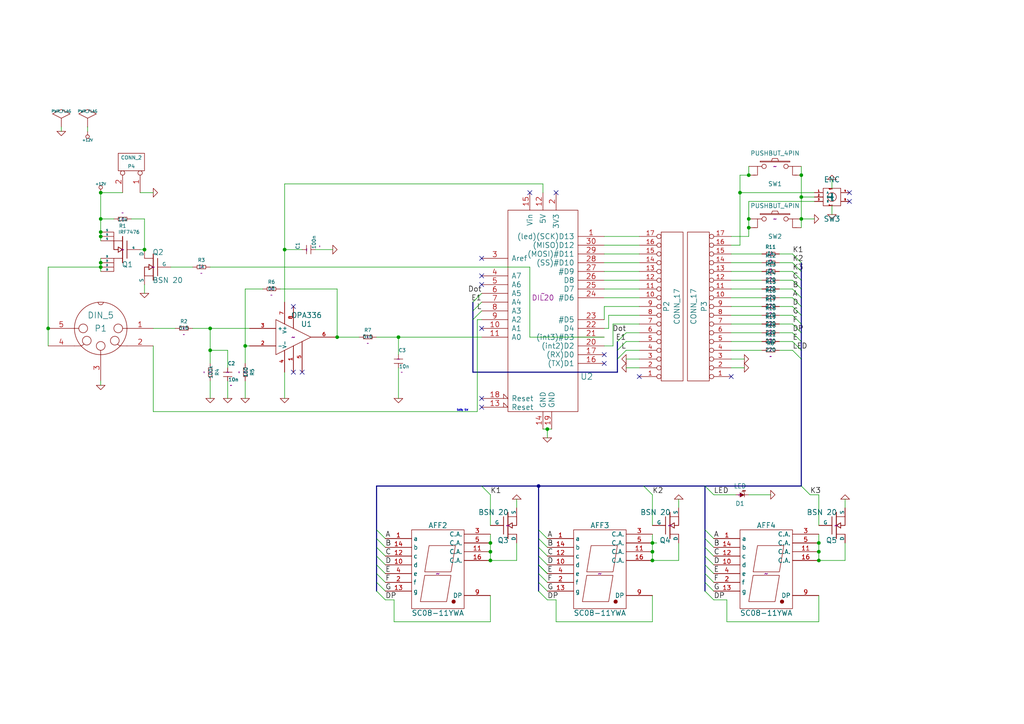
<source format=kicad_sch>
(kicad_sch (version 20230121) (generator eeschema)
  (paper "A4")
  (title_block (date "18 mar 2015"))
  (lib_symbols
    (symbol "irf7476:IRF7476" (pin_numbers hide) (pin_names (offset 0))
      (property "Reference" "Q" (at 0.254 4.318 0))
      (property "Value" "IRF7476" (at 1.27 -5.08 0))
      (symbol "IRF7476_0_0"
        (polyline (pts (xy 2.54 -2.54) (xy 2.54 -5.08)))
        (polyline (pts (xy 2.54 2.54) (xy 2.54 6.35)))
      )
      (symbol "IRF7476_0_1"
        (polyline (pts (xy -1.27 -2.54) (xy -1.27 2.54)) (stroke (width 0.2032)))
        (polyline (pts (xy 0 -3.81) (xy 0 3.81)) (stroke (width 0.254)))
        (polyline (pts (xy 2.54 -2.54) (xy 0 -2.54)))
        (polyline (pts (xy 2.54 2.54) (xy 0 2.54)))
        (polyline (pts (xy 2.54 -2.54) (xy 2.54 0) (xy 1.27 0)) (stroke (width 0.2032)))
        (polyline (pts (xy 1.27 0.762) (xy 1.27 -0.762) (xy 0 0) (xy 1.27 0.762) (xy 1.27 0.762)) (stroke (width 0.2032)))
      )
      (symbol "IRF7476_1_1"
        (pin input line (at 6.35 -2.54 180) (length 3.7084) (name "S") (number "1"))
        (pin input line (at 6.35 -3.81 180) (length 3.7084) (name "S") (number "2"))
        (pin input line (at 6.35 -5.08 180) (length 3.7084) (name "S") (number "3"))
        (pin input line (at -5.08 0 0) (length 3.81) (name "G") (number "4"))
        (pin input line (at 6.35 6.35 180) (length 3.7084) (name "D") (number "5"))
        (pin input line (at 6.35 5.08 180) (length 3.7084) (name "D") (number "6"))
        (pin input line (at 6.35 3.81 180) (length 3.7084) (name "D") (number "7"))
        (pin input line (at 6.35 2.54 180) (length 3.7084) (name "D") (number "8"))
      )
    )
    (symbol "sc08-11ywa:SC08-11YWA"
      (property "Reference" "AFF" (at 0 13.97 0))
      (property "Value" "SC08-11YWA" (at 0 -11.43 0))
      (symbol "SC08-11YWA_0_1"
        (rectangle (start -7.62 12.7) (end 7.62 -10.16))
        (polyline (pts (xy -3.81 -0.508) (xy 3.81 -0.508) (xy 2.54 -8.128) (xy -5.08 -8.128) (xy -3.81 -0.508) (xy -3.81 -0.508)))
        (polyline (pts (xy -2.54 8.128) (xy 5.08 8.128) (xy 3.81 0.508) (xy -3.81 0.508) (xy -2.54 8.128) (xy -2.54 8.128)))
        (circle (center 4.572 -8.128) (radius 0.508) (fill (type outline)))
      )
      (symbol "SC08-11YWA_1_1"
        (pin input line (at -15.24 10.16 0) (length 7.62) (name "a") (number "1"))
        (pin input line (at -15.24 2.54 0) (length 7.62) (name "d") (number "10"))
        (pin input line (at 15.24 6.35 180) (length 7.62) (name "C.A.") (number "11"))
        (pin input line (at -15.24 5.08 0) (length 7.62) (name "c") (number "12"))
        (pin input line (at -15.24 -5.08 0) (length 7.62) (name "g") (number "13"))
        (pin input line (at -15.24 7.62 0) (length 7.62) (name "b") (number "14"))
        (pin input line (at 15.24 3.81 180) (length 7.62) (name "C.A.") (number "16"))
        (pin input line (at -15.24 -2.54 0) (length 7.62) (name "f") (number "2"))
        (pin input line (at 15.24 11.43 180) (length 7.62) (name "C.A.") (number "3"))
        (pin input line (at -15.24 0 0) (length 7.62) (name "e") (number "4"))
        (pin input line (at 15.24 8.89 180) (length 7.62) (name "C.A.") (number "5"))
        (pin input line (at 15.24 -6.35 180) (length 7.62) (name "DP") (number "9"))
      )
    )
    (symbol "station-rescue:+12V" (power) (pin_numbers hide) (pin_names (offset 0))
      (property "Value" "+12V" (at 0 2.54 0))
      (symbol "+12V_0_0"
        (pin power_in line (at 0 0 90) (length 0) hide (name "+12V") (number "1"))
      )
      (symbol "+12V_0_1"
        (polyline (pts (xy 0 0) (xy 0 1.016) (xy 0 1.016)))
        (circle (center 0 1.524) (radius 0.508))
      )
    )
    (symbol "station-rescue:Arduino_Nano" (pin_names (offset 1.016))
      (property "Reference" "U" (at 12.7 -24.13 0))
      (property "Value" "Arduino_Nano" (at 19.05 -26.67 0))
      (property "Footprint" "DIL20" (at 0 -1.27 0))
      (symbol "Arduino_Nano_0_0"
        (pin power_in line (at 0 -39.37 90) (length 5.08) (name "GND") (number "14"))
        (pin power_in line (at -3.81 29.21 270) (length 5.08) (name "Vin") (number "15"))
      )
      (symbol "Arduino_Nano_0_1"
        (rectangle (start -10.16 24.13) (end 10.16 -34.29))
      )
      (symbol "Arduino_Nano_1_1"
        (pin input line (at 17.78 16.51 180) (length 7.62) (name "(led)(SCK)D13") (number "1"))
        (pin bidirectional line (at -17.78 -10.16 0) (length 7.62) (name "A1") (number "10"))
        (pin bidirectional line (at -17.78 -12.7 0) (length 7.62) (name "A0") (number "11"))
        (pin power_out line (at 0 29.21 270) (length 5.08) (name "5V") (number "12"))
        (pin input input_low (at -17.78 -33.02 0) (length 7.62) (name "Reset") (number "13"))
        (pin bidirectional line (at 17.78 -20.32 180) (length 7.62) (name "(TX)D1") (number "16"))
        (pin bidirectional line (at 17.78 -17.78 180) (length 7.62) (name "(RX)D0") (number "17"))
        (pin input input_low (at -17.78 -30.48 0) (length 7.62) (name "Reset") (number "18"))
        (pin power_in line (at 2.54 -39.37 90) (length 5.08) (name "GND") (number "19"))
        (pin power_out line (at 3.81 29.21 270) (length 5.08) (name "3V3") (number "2"))
        (pin bidirectional line (at 17.78 -15.24 180) (length 7.62) (name "(int2)D2") (number "20"))
        (pin bidirectional line (at 17.78 -12.7 180) (length 7.62) (name "(int3)#D3") (number "21"))
        (pin bidirectional line (at 17.78 -10.16 180) (length 7.62) (name "D4") (number "22"))
        (pin bidirectional line (at 17.78 -7.62 180) (length 7.62) (name "#D5") (number "23"))
        (pin bidirectional line (at 17.78 -1.27 180) (length 7.62) (name "#D6") (number "24"))
        (pin bidirectional line (at 17.78 1.27 180) (length 7.62) (name "D7") (number "25"))
        (pin bidirectional line (at 17.78 3.81 180) (length 7.62) (name "D8") (number "26"))
        (pin bidirectional line (at 17.78 6.35 180) (length 7.62) (name "#D9") (number "27"))
        (pin bidirectional line (at 17.78 8.89 180) (length 7.62) (name "(SS)#D10") (number "28"))
        (pin bidirectional line (at 17.78 11.43 180) (length 7.62) (name "(MOSI)#D11") (number "29"))
        (pin input line (at -17.78 10.16 0) (length 7.62) (name "Aref") (number "3"))
        (pin bidirectional line (at 17.78 13.97 180) (length 7.62) (name "(MISO)D12") (number "30"))
        (pin bidirectional line (at -17.78 5.08 0) (length 7.62) (name "A7") (number "4"))
        (pin bidirectional line (at -17.78 2.54 0) (length 7.62) (name "A6") (number "5"))
        (pin bidirectional line (at -17.78 0 0) (length 7.62) (name "A5") (number "6"))
        (pin bidirectional line (at -17.78 -2.54 0) (length 7.62) (name "A4") (number "7"))
        (pin bidirectional line (at -17.78 -5.08 0) (length 7.62) (name "A3") (number "8"))
        (pin bidirectional line (at -17.78 -7.62 0) (length 7.62) (name "A2") (number "9"))
      )
    )
    (symbol "station-rescue:C" (pin_numbers hide) (pin_names (offset 0.254))
      (property "Reference" "C" (at 1.27 0.254 0))
      (property "Value" "C" (at 1.27 -1.524 0))
      (symbol "C_0_1"
        (polyline (pts (xy -1.27 0) (xy 1.27 0) (xy 1.27 0)))
        (polyline (pts (xy 1.27 -1.27) (xy -1.27 -1.27) (xy -1.27 -1.27)))
      )
      (symbol "C_1_1"
        (pin passive line (at 0 1.27 270) (length 1.27) (name "~") (number "1"))
        (pin passive line (at 0 -2.54 90) (length 1.27) (name "~") (number "2"))
      )
    )
    (symbol "station-rescue:CONN_17" (pin_names (offset 1.016) hide)
      (property "Reference" "P" (at -1.016 0 90))
      (property "Value" "CONN_17" (at 2.032 0 90))
      (symbol "CONN_17_0_1"
        (rectangle (start -2.54 21.59) (end 3.81 -21.59))
      )
      (symbol "CONN_17_1_1"
        (pin passive inverted (at -8.89 20.32 0) (length 6.35) (name "P1") (number "1"))
        (pin passive inverted (at -8.89 -2.54 0) (length 6.35) (name "P10") (number "10"))
        (pin passive inverted (at -8.89 -5.08 0) (length 6.35) (name "P11") (number "11"))
        (pin passive inverted (at -8.89 -7.62 0) (length 6.35) (name "P12") (number "12"))
        (pin passive inverted (at -8.89 -10.16 0) (length 6.35) (name "P13") (number "13"))
        (pin passive inverted (at -8.89 -12.7 0) (length 6.35) (name "P14") (number "14"))
        (pin passive inverted (at -8.89 -15.24 0) (length 6.35) (name "P15") (number "15"))
        (pin passive inverted (at -8.89 -17.78 0) (length 6.35) (name "P16") (number "16"))
        (pin passive inverted (at -8.89 -20.32 0) (length 6.35) (name "P17") (number "17"))
        (pin passive inverted (at -8.89 17.78 0) (length 6.35) (name "P2") (number "2"))
        (pin passive inverted (at -8.89 15.24 0) (length 6.35) (name "P3") (number "3"))
        (pin passive inverted (at -8.89 12.7 0) (length 6.35) (name "P4") (number "4"))
        (pin passive inverted (at -8.89 10.16 0) (length 6.35) (name "P5") (number "5"))
        (pin passive inverted (at -8.89 7.62 0) (length 6.35) (name "P6") (number "6"))
        (pin passive inverted (at -8.89 5.08 0) (length 6.35) (name "P7") (number "7"))
        (pin passive inverted (at -8.89 2.54 0) (length 6.35) (name "P8") (number "8"))
        (pin passive inverted (at -8.89 0 0) (length 6.35) (name "P9") (number "9"))
      )
    )
    (symbol "station-rescue:CONN_2" (pin_names (offset 1.016) hide)
      (property "Reference" "P" (at -1.27 0 90))
      (property "Value" "CONN_2" (at 1.27 0 90))
      (symbol "CONN_2_0_1"
        (rectangle (start -2.54 3.81) (end 2.54 -3.81))
      )
      (symbol "CONN_2_1_1"
        (pin passive inverted (at -8.89 2.54 0) (length 6.35) (name "P1") (number "1"))
        (pin passive inverted (at -8.89 -2.54 0) (length 6.35) (name "PM") (number "2"))
      )
    )
    (symbol "station-rescue:DIN_5" (pin_names (offset 1.016) hide)
      (property "Reference" "P" (at 0 0 0))
      (property "Value" "DIN_5" (at 0 -3.81 0))
      (symbol "DIN_5_0_1"
        (circle (center -5.08 0) (radius 1.27))
        (circle (center -4.0894 3.556) (radius 1.27))
        (arc (start 0 -6.858) (mid -0.5388 -7.0812) (end -0.762 -7.62))
        (polyline (pts (xy -7.62 5.08) (xy -5.588 5.08)))
        (polyline (pts (xy -6.35 0) (xy -7.62 0)))
        (polyline (pts (xy -5.588 5.08) (xy -4.826 4.572)))
        (polyline (pts (xy 0 6.35) (xy 0 7.62)))
        (polyline (pts (xy 5.5626 5.08) (xy 4.826 4.572)))
        (polyline (pts (xy 6.35 0) (xy 7.62 0)))
        (polyline (pts (xy 7.62 5.08) (xy 5.5626 5.08)))
        (circle (center 0 0) (radius 7.62))
        (circle (center 0 5.08) (radius 1.27))
        (arc (start 0.762 -7.62) (mid 0.5388 -7.0812) (end 0 -6.858))
        (circle (center 4.0386 3.556) (radius 1.27))
        (circle (center 5.08 0) (radius 1.27))
      )
      (symbol "DIN_5_1_1"
        (pin passive line (at -15.24 0 0) (length 7.62) (name "1") (number "1"))
        (pin passive line (at -15.24 5.08 0) (length 7.62) (name "2") (number "2"))
        (pin passive line (at 0 15.24 270) (length 7.62) (name "3") (number "3"))
        (pin passive line (at 15.24 5.08 180) (length 7.62) (name "4") (number "4"))
        (pin passive line (at 15.24 0 180) (length 7.62) (name "5") (number "5"))
      )
    )
    (symbol "station-rescue:ENC" (pin_names (offset 1.016))
      (property "Reference" "SW" (at 0 -6.35 0))
      (property "Value" "ENC" (at 0 5.08 0))
      (symbol "ENC_0_1"
        (rectangle (start -2.54 -2.54) (end 2.54 -2.54))
        (rectangle (start -2.54 2.54) (end -2.54 -2.54))
        (circle (center 0 0) (radius 1.27))
        (rectangle (start 2.54 -2.54) (end 2.54 2.54))
        (rectangle (start 2.54 2.54) (end -2.54 2.54))
      )
      (symbol "ENC_1_1"
        (pin passive line (at -5.08 1.27 0) (length 2.4892) (name "A") (number "1"))
        (pin passive line (at -5.08 0 0) (length 2.4892) (name "Gnd") (number "2"))
        (pin passive line (at -5.08 -1.27 0) (length 2.4892) (name "B") (number "3"))
        (pin passive line (at 5.08 1.27 180) (length 2.4892) (name "~") (number "4"))
        (pin passive line (at 5.08 -1.27 180) (length 2.4892) (name "~") (number "5"))
        (pin passive line (at 0 2.54 270) (length 0.3048) (name "gnd") (number "6"))
        (pin passive line (at 0 -2.54 90) (length 0.3048) (name "gnd") (number "7"))
      )
    )
    (symbol "station-rescue:GND" (power) (pin_names (offset 0))
      (symbol "GND_0_1"
        (polyline (pts (xy -1.27 0) (xy 0 -1.27) (xy 1.27 0) (xy -1.27 0)))
      )
      (symbol "GND_1_1"
        (pin power_in line (at 0 0 90) (length 0) hide (name "GND") (number "1"))
      )
    )
    (symbol "station-rescue:LED" (pin_numbers hide) (pin_names (offset 1.016) hide)
      (property "Reference" "LD" (at 0 2.54 0))
      (property "Value" "LED" (at 0 -2.54 0))
      (symbol "LED_0_1"
        (polyline (pts (xy 0.508 -0.762) (xy 1.016 -1.27) (xy 1.016 -1.27)))
        (polyline (pts (xy 1.016 -0.762) (xy 1.524 -1.27) (xy 1.524 -1.27)))
        (polyline (pts (xy 1.27 -0.635) (xy 1.27 0.635) (xy 1.27 0.635)))
        (polyline (pts (xy 1.27 0) (xy 0 0.635) (xy 0 -0.635) (xy 0 -0.635)) (fill (type outline)))
        (polyline (pts (xy 1.524 -1.27) (xy 1.27 -1.27) (xy 1.524 -1.016) (xy 1.524 -1.27) (xy 1.524 -1.27)) (fill (type outline)))
        (polyline (pts (xy 1.016 -1.27) (xy 0.762 -1.27) (xy 1.016 -1.016) (xy 1.016 -1.27) (xy 1.016 -1.27) (xy 1.016 -1.27)) (fill (type outline)))
      )
      (symbol "LED_1_1"
        (pin passive line (at -1.27 0 0) (length 1.27) (name "A") (number "1"))
        (pin passive line (at 2.54 0 180) (length 1.27) (name "K") (number "2"))
      )
    )
    (symbol "station-rescue:MOS_N" (pin_numbers hide) (pin_names (offset 0))
      (property "Reference" "Q" (at 0.254 4.318 0))
      (property "Value" "MOS_N" (at 0.254 -3.81 0))
      (symbol "MOS_N_0_1"
        (polyline (pts (xy -1.27 -2.54) (xy -1.27 2.54)) (stroke (width 0.2032)))
        (polyline (pts (xy 0 -3.81) (xy 0 3.81)) (stroke (width 0.254)))
        (polyline (pts (xy 2.54 -2.54) (xy 0 -2.54)))
        (polyline (pts (xy 2.54 2.54) (xy 0 2.54)))
        (polyline (pts (xy 2.54 -2.54) (xy 2.54 0) (xy 1.27 0)) (stroke (width 0.2032)))
        (polyline (pts (xy 1.27 0.762) (xy 1.27 -0.762) (xy 0 0) (xy 1.27 0.762) (xy 1.27 0.762)) (stroke (width 0.2032)))
      )
      (symbol "MOS_N_1_1"
        (pin passive line (at 2.54 5.08 270) (length 2.54) (name "D") (number "D"))
        (pin input line (at -5.08 0 0) (length 3.81) (name "G") (number "G"))
        (pin passive line (at 2.54 -5.08 90) (length 2.54) (name "S") (number "S"))
      )
    )
    (symbol "station-rescue:OPA336"
      (property "Reference" "U" (at 3.81 3.81 0))
      (property "Value" "OPA336" (at 3.81 6.35 0))
      (symbol "OPA336_0_1"
        (polyline (pts (xy -5.08 5.08) (xy 5.08 0) (xy -5.08 -5.08) (xy -5.08 5.08)))
      )
      (symbol "OPA336_1_1"
        (pin input line (at 0 -10.16 90) (length 7.62) (name "~") (number "1"))
        (pin input line (at -12.7 -2.54 0) (length 7.62) (name "-") (number "2"))
        (pin input line (at -12.7 2.54 0) (length 7.62) (name "+") (number "3"))
        (pin input line (at -2.54 -10.16 90) (length 6.35) (name "V-") (number "4"))
        (pin input line (at 2.54 -10.16 90) (length 8.89) (name "~") (number "5"))
        (pin output line (at 12.7 0 180) (length 7.62) (name "~") (number "6"))
        (pin input line (at -2.54 10.16 270) (length 6.35) (name "V+") (number "7"))
        (pin input line (at 0 8.89 270) (length 6.35) (name "~") (number "8"))
      )
    )
    (symbol "station-rescue:PWR_FLAG" (power) (pin_numbers hide) (pin_names (offset 0) hide)
      (property "Value" "PWR_FLAG" (at 0 5.842 0))
      (symbol "PWR_FLAG_0_0"
        (pin power_out line (at 0 0 90) (length 0) (name "pwr") (number "1"))
      )
      (symbol "PWR_FLAG_0_1"
        (polyline (pts (xy 0 0) (xy 0 2.54) (xy 0 2.54)))
        (polyline (pts (xy 0 2.54) (xy -2.54 3.81) (xy 0 5.08) (xy 2.54 3.81) (xy 0 2.54)))
      )
    )
    (symbol "station-rescue:Pushbut_4Pin" (pin_numbers hide) (pin_names (offset 1.016) hide)
      (property "Reference" "SW" (at 0 -5.08 0))
      (property "Value" "Pushbut_4Pin" (at 0 3.81 0))
      (symbol "Pushbut_4Pin_0_1"
        (rectangle (start -4.318 1.27) (end 4.318 1.524))
        (polyline (pts (xy -6.35 -2.54) (xy -5.08 -2.54) (xy -5.08 0)))
        (polyline (pts (xy 6.35 -2.54) (xy 5.08 -2.54) (xy 5.08 0)))
        (polyline (pts (xy -1.016 1.524) (xy -0.762 2.286) (xy 0.762 2.286) (xy 1.016 1.524)))
        (pin passive inverted (at -7.62 0 0) (length 5.08) (name "1") (number "1"))
        (pin passive inverted (at 7.62 0 180) (length 5.08) (name "2") (number "2"))
      )
      (symbol "Pushbut_4Pin_1_1"
        (pin passive line (at -7.62 -2.54 0) (length 2.0066) (name "1") (number "1"))
        (pin passive line (at 7.62 -2.54 180) (length 2.0066) (name "2") (number "2"))
      )
    )
    (symbol "station-rescue:R" (pin_numbers hide) (pin_names (offset 0))
      (property "Reference" "R" (at -1.27 1.27 90))
      (property "Value" "R" (at 1.27 1.27 90))
      (symbol "R_0_1"
        (rectangle (start 0.508 1.27) (end -0.508 -1.27))
      )
      (symbol "R_1_1"
        (pin passive line (at 0 2.54 270) (length 1.27) (name "~") (number "1"))
        (pin passive line (at 0 -2.54 90) (length 1.27) (name "~") (number "2"))
      )
    )
  )
  (junction (at 237.49 162.56))
  (junction (at 189.23 162.56))
  (junction (at 29.21 63.5))
  (junction (at 217.17 50.8))
  (junction (at 156.21 140.97))
  (junction (at 189.23 157.48))
  (junction (at 237.49 157.48))
  (junction (at 82.55 72.39))
  (junction (at 142.24 160.02))
  (junction (at 60.96 101.6))
  (junction (at 41.91 72.39))
  (junction (at 232.41 50.8))
  (junction (at 214.63 55.88))
  (junction (at 189.23 160.02))
  (junction (at 232.41 57.15))
  (junction (at 237.49 160.02))
  (junction (at 13.97 95.25))
  (junction (at 142.24 157.48))
  (junction (at 217.17 66.04))
  (junction (at 142.24 162.56))
  (junction (at 71.12 100.33))
  (junction (at 97.79 97.79))
  (junction (at 29.21 55.88))
  (junction (at 115.57 97.79))
  (junction (at 232.41 63.5))
  (junction (at 60.96 95.25))
  (junction (at 29.21 68.58))
  (junction (at 29.21 76.2))
  (junction (at 158.75 124.46))
  (junction (at 29.21 77.47))
  (junction (at 217.17 63.5))
  (junction (at 29.21 67.31))
  (no_connect (at 246.38 55.88))
  (no_connect (at 87.63 107.95))
  (no_connect (at 175.26 102.87))
  (no_connect (at 175.26 105.41))
  (no_connect (at 139.7 82.55))
  (no_connect (at 139.7 118.11))
  (no_connect (at 139.7 115.57))
  (no_connect (at 139.7 74.93))
  (no_connect (at 212.09 109.22))
  (no_connect (at 139.7 80.01))
  (no_connect (at 185.42 109.22))
  (no_connect (at 161.29 55.88))
  (no_connect (at 85.09 107.95))
  (no_connect (at 139.7 95.25))
  (no_connect (at 246.38 58.42))
  (no_connect (at 85.09 88.9))
  (no_connect (at 153.67 55.88))
  (bus_entry (at 109.22 166.37) (size 2.54 2.54))
  (bus_entry (at 156.21 163.83) (size 2.54 2.54))
  (bus_entry (at 204.47 161.29) (size 2.54 2.54))
  (bus_entry (at 109.22 158.75) (size 2.54 2.54))
  (bus_entry (at 229.87 93.98) (size 2.54 2.54))
  (bus_entry (at 229.87 99.06) (size 2.54 2.54))
  (bus_entry (at 186.69 140.97) (size 2.54 2.54))
  (bus_entry (at 139.7 140.97) (size 2.54 2.54))
  (bus_entry (at 229.87 73.66) (size 2.54 2.54))
  (bus_entry (at 204.47 140.97) (size 2.54 2.54))
  (bus_entry (at 156.21 168.91) (size 2.54 2.54))
  (bus_entry (at 204.47 158.75) (size 2.54 2.54))
  (bus_entry (at 204.47 156.21) (size 2.54 2.54))
  (bus_entry (at 156.21 166.37) (size 2.54 2.54))
  (bus_entry (at 109.22 161.29) (size 2.54 2.54))
  (bus_entry (at 204.47 153.67) (size 2.54 2.54))
  (bus_entry (at 229.87 81.28) (size 2.54 2.54))
  (bus_entry (at 109.22 171.45) (size 2.54 2.54))
  (bus_entry (at 109.22 153.67) (size 2.54 2.54))
  (bus_entry (at 204.47 168.91) (size 2.54 2.54))
  (bus_entry (at 232.41 140.97) (size 2.54 2.54))
  (bus_entry (at 204.47 163.83) (size 2.54 2.54))
  (bus_entry (at 179.07 101.6) (size 2.54 -2.54))
  (bus_entry (at 156.21 161.29) (size 2.54 2.54))
  (bus_entry (at 156.21 156.21) (size 2.54 2.54))
  (bus_entry (at 179.07 104.14) (size 2.54 -2.54))
  (bus_entry (at 229.87 76.2) (size 2.54 2.54))
  (bus_entry (at 229.87 88.9) (size 2.54 2.54))
  (bus_entry (at 156.21 163.83) (size 2.54 2.54))
  (bus_entry (at 229.87 96.52) (size 2.54 2.54))
  (bus_entry (at 229.87 86.36) (size 2.54 2.54))
  (bus_entry (at 109.22 163.83) (size 2.54 2.54))
  (bus_entry (at 204.47 166.37) (size 2.54 2.54))
  (bus_entry (at 229.87 91.44) (size 2.54 2.54))
  (bus_entry (at 156.21 153.67) (size 2.54 2.54))
  (bus_entry (at 204.47 171.45) (size 2.54 2.54))
  (bus_entry (at 156.21 171.45) (size 2.54 2.54))
  (bus_entry (at 137.16 92.71) (size 2.54 -2.54))
  (bus_entry (at 109.22 168.91) (size 2.54 2.54))
  (bus_entry (at 179.07 99.06) (size 2.54 -2.54))
  (bus_entry (at 229.87 78.74) (size 2.54 2.54))
  (bus_entry (at 229.87 101.6) (size 2.54 2.54))
  (bus_entry (at 156.21 158.75) (size 2.54 2.54))
  (bus_entry (at 109.22 156.21) (size 2.54 2.54))
  (bus_entry (at 137.16 87.63) (size 2.54 -2.54))
  (bus_entry (at 137.16 90.17) (size 2.54 -2.54))
  (bus_entry (at 229.87 83.82) (size 2.54 2.54))
  (wire (pts (xy 236.22 57.15) (xy 232.41 57.15)))
  (wire (pts (xy 66.04 101.6) (xy 66.04 106.68)))
  (wire (pts (xy 214.63 55.88) (xy 214.63 71.12)))
  (wire (pts (xy 185.42 71.12) (xy 175.26 71.12)))
  (wire (pts (xy 212.09 104.14) (xy 215.9 104.14)))
  (wire (pts (xy 185.42 96.52) (xy 181.61 96.52)))
  (wire (pts (xy 212.09 88.9) (xy 220.98 88.9)))
  (wire (pts (xy 226.06 78.74) (xy 229.87 78.74)))
  (wire (pts (xy 60.96 95.25) (xy 72.39 95.25)))
  (wire (pts (xy 97.79 97.79) (xy 104.14 97.79)))
  (wire (pts (xy 91.44 72.39) (xy 96.52 72.39)))
  (wire (pts (xy 237.49 143.51) (xy 237.49 152.4)))
  (wire (pts (xy 212.09 86.36) (xy 220.98 86.36)))
  (wire (pts (xy 226.06 93.98) (xy 229.87 93.98)))
  (wire (pts (xy 212.09 81.28) (xy 220.98 81.28)))
  (bus (pts (xy 232.41 81.28) (xy 232.41 78.74)))
  (wire (pts (xy 29.21 63.5) (xy 29.21 67.31)))
  (wire (pts (xy 212.09 73.66) (xy 220.98 73.66)))
  (wire (pts (xy 185.42 76.2) (xy 175.26 76.2)))
  (wire (pts (xy 245.11 157.48) (xy 245.11 162.56)))
  (wire (pts (xy 226.06 86.36) (xy 229.87 86.36)))
  (wire (pts (xy 149.86 144.78) (xy 149.86 147.32)))
  (wire (pts (xy 217.17 58.42) (xy 236.22 58.42)))
  (wire (pts (xy 212.09 106.68) (xy 215.9 106.68)))
  (bus (pts (xy 179.07 107.95) (xy 137.16 107.95)))
  (wire (pts (xy 158.75 124.46) (xy 160.02 124.46)))
  (bus (pts (xy 109.22 166.37) (xy 109.22 168.91)))
  (bus (pts (xy 204.47 161.29) (xy 204.47 163.83)))
  (wire (pts (xy 212.09 93.98) (xy 220.98 93.98)))
  (wire (pts (xy 55.88 95.25) (xy 60.96 95.25)))
  (bus (pts (xy 156.21 166.37) (xy 156.21 168.91)))
  (wire (pts (xy 185.42 101.6) (xy 181.61 101.6)))
  (wire (pts (xy 161.29 180.34) (xy 161.29 173.99)))
  (bus (pts (xy 232.41 93.98) (xy 232.41 91.44)))
  (wire (pts (xy 185.42 81.28) (xy 175.26 81.28)))
  (wire (pts (xy 82.55 72.39) (xy 87.63 72.39)))
  (bus (pts (xy 109.22 153.67) (xy 109.22 156.21)))
  (wire (pts (xy 13.97 77.47) (xy 13.97 95.25)))
  (wire (pts (xy 226.06 76.2) (xy 229.87 76.2)))
  (wire (pts (xy 40.64 72.39) (xy 41.91 72.39)))
  (wire (pts (xy 72.39 100.33) (xy 71.12 100.33)))
  (wire (pts (xy 185.42 86.36) (xy 175.26 86.36)))
  (wire (pts (xy 82.55 87.63) (xy 82.55 72.39)))
  (wire (pts (xy 237.49 154.94) (xy 237.49 157.48)))
  (wire (pts (xy 207.01 143.51) (xy 213.36 143.51)))
  (wire (pts (xy 29.21 77.47) (xy 29.21 78.74)))
  (wire (pts (xy 109.22 97.79) (xy 115.57 97.79)))
  (bus (pts (xy 232.41 86.36) (xy 232.41 83.82)))
  (wire (pts (xy 29.21 68.58) (xy 29.21 69.85)))
  (wire (pts (xy 175.26 68.58) (xy 185.42 68.58)))
  (wire (pts (xy 149.86 162.56) (xy 142.24 162.56)))
  (bus (pts (xy 156.21 140.97) (xy 186.69 140.97)))
  (wire (pts (xy 232.41 48.26) (xy 232.41 50.8)))
  (bus (pts (xy 179.07 101.6) (xy 179.07 104.14)))
  (wire (pts (xy 214.63 50.8) (xy 217.17 50.8)))
  (wire (pts (xy 185.42 104.14) (xy 181.61 104.14)))
  (bus (pts (xy 232.41 91.44) (xy 232.41 88.9)))
  (wire (pts (xy 217.17 63.5) (xy 217.17 66.04)))
  (wire (pts (xy 60.96 101.6) (xy 60.96 105.41)))
  (bus (pts (xy 179.07 99.06) (xy 179.07 101.6)))
  (wire (pts (xy 226.06 88.9) (xy 229.87 88.9)))
  (wire (pts (xy 139.7 92.71) (xy 138.43 92.71)))
  (wire (pts (xy 177.8 100.33) (xy 175.26 100.33)))
  (wire (pts (xy 114.3 173.99) (xy 111.76 173.99)))
  (wire (pts (xy 29.21 74.93) (xy 29.21 76.2)))
  (bus (pts (xy 137.16 107.95) (xy 137.16 92.71)))
  (wire (pts (xy 232.41 63.5) (xy 232.41 66.04)))
  (wire (pts (xy 71.12 110.49) (xy 71.12 115.57)))
  (wire (pts (xy 217.17 68.58) (xy 212.09 68.58)))
  (wire (pts (xy 161.29 173.99) (xy 158.75 173.99)))
  (bus (pts (xy 109.22 140.97) (xy 109.22 153.67)))
  (wire (pts (xy 226.06 83.82) (xy 229.87 83.82)))
  (wire (pts (xy 44.45 95.25) (xy 50.8 95.25)))
  (wire (pts (xy 185.42 99.06) (xy 181.61 99.06)))
  (wire (pts (xy 142.24 172.72) (xy 142.24 180.34)))
  (bus (pts (xy 109.22 156.21) (xy 109.22 158.75)))
  (wire (pts (xy 236.22 55.88) (xy 214.63 55.88)))
  (wire (pts (xy 153.67 77.47) (xy 153.67 97.79)))
  (wire (pts (xy 232.41 63.5) (xy 236.22 63.5)))
  (wire (pts (xy 226.06 81.28) (xy 229.87 81.28)))
  (wire (pts (xy 189.23 172.72) (xy 189.23 180.34)))
  (bus (pts (xy 137.16 90.17) (xy 137.16 87.63)))
  (bus (pts (xy 179.07 104.14) (xy 179.07 107.95)))
  (wire (pts (xy 234.95 143.51) (xy 237.49 143.51)))
  (wire (pts (xy 210.82 180.34) (xy 237.49 180.34)))
  (wire (pts (xy 29.21 77.47) (xy 13.97 77.47)))
  (wire (pts (xy 217.17 143.51) (xy 223.52 143.51)))
  (wire (pts (xy 217.17 58.42) (xy 217.17 63.5)))
  (wire (pts (xy 44.45 119.38) (xy 138.43 119.38)))
  (wire (pts (xy 158.75 127) (xy 158.75 124.46)))
  (bus (pts (xy 204.47 140.97) (xy 232.41 140.97)))
  (wire (pts (xy 176.53 91.44) (xy 176.53 95.25)))
  (bus (pts (xy 156.21 153.67) (xy 156.21 156.21)))
  (wire (pts (xy 82.55 72.39) (xy 82.55 53.34)))
  (bus (pts (xy 156.21 140.97) (xy 156.21 153.67)))
  (bus (pts (xy 232.41 99.06) (xy 232.41 96.52)))
  (bus (pts (xy 232.41 78.74) (xy 232.41 76.2)))
  (bus (pts (xy 186.69 140.97) (xy 204.47 140.97)))
  (bus (pts (xy 204.47 156.21) (xy 204.47 158.75)))
  (wire (pts (xy 232.41 57.15) (xy 232.41 63.5)))
  (wire (pts (xy 212.09 99.06) (xy 220.98 99.06)))
  (wire (pts (xy 60.96 77.47) (xy 153.67 77.47)))
  (bus (pts (xy 232.41 83.82) (xy 232.41 81.28)))
  (wire (pts (xy 189.23 160.02) (xy 189.23 162.56)))
  (wire (pts (xy 29.21 67.31) (xy 29.21 68.58)))
  (wire (pts (xy 212.09 91.44) (xy 220.98 91.44)))
  (wire (pts (xy 29.21 55.88) (xy 35.56 55.88)))
  (wire (pts (xy 33.02 63.5) (xy 29.21 63.5)))
  (bus (pts (xy 109.22 161.29) (xy 109.22 163.83)))
  (wire (pts (xy 185.42 93.98) (xy 177.8 93.98)))
  (wire (pts (xy 71.12 100.33) (xy 71.12 105.41)))
  (bus (pts (xy 156.21 168.91) (xy 156.21 171.45)))
  (wire (pts (xy 71.12 83.82) (xy 71.12 100.33)))
  (wire (pts (xy 115.57 97.79) (xy 139.7 97.79)))
  (bus (pts (xy 204.47 168.91) (xy 204.47 171.45)))
  (wire (pts (xy 185.42 106.68) (xy 181.61 106.68)))
  (wire (pts (xy 189.23 143.51) (xy 189.23 152.4)))
  (wire (pts (xy 245.11 162.56) (xy 237.49 162.56)))
  (bus (pts (xy 232.41 96.52) (xy 232.41 93.98)))
  (wire (pts (xy 25.4 36.83) (xy 25.4 38.1)))
  (wire (pts (xy 185.42 78.74) (xy 175.26 78.74)))
  (wire (pts (xy 149.86 157.48) (xy 149.86 162.56)))
  (wire (pts (xy 185.42 88.9) (xy 175.26 88.9)))
  (wire (pts (xy 245.11 144.78) (xy 245.11 147.32)))
  (wire (pts (xy 49.53 77.47) (xy 55.88 77.47)))
  (wire (pts (xy 66.04 110.49) (xy 66.04 115.57)))
  (bus (pts (xy 156.21 161.29) (xy 156.21 163.83)))
  (bus (pts (xy 137.16 92.71) (xy 137.16 90.17)))
  (wire (pts (xy 29.21 110.49) (xy 29.21 111.76)))
  (wire (pts (xy 212.09 76.2) (xy 220.98 76.2)))
  (wire (pts (xy 71.12 83.82) (xy 76.2 83.82)))
  (wire (pts (xy 212.09 78.74) (xy 220.98 78.74)))
  (bus (pts (xy 204.47 158.75) (xy 204.47 161.29)))
  (bus (pts (xy 204.47 163.83) (xy 204.47 166.37)))
  (bus (pts (xy 232.41 104.14) (xy 232.41 101.6)))
  (wire (pts (xy 226.06 96.52) (xy 229.87 96.52)))
  (wire (pts (xy 226.06 99.06) (xy 229.87 99.06)))
  (wire (pts (xy 232.41 50.8) (xy 232.41 57.15)))
  (wire (pts (xy 189.23 180.34) (xy 161.29 180.34)))
  (wire (pts (xy 214.63 50.8) (xy 214.63 55.88)))
  (wire (pts (xy 217.17 66.04) (xy 217.17 68.58)))
  (wire (pts (xy 241.3 62.23) (xy 241.3 59.69)))
  (wire (pts (xy 217.17 50.8) (xy 217.17 48.26)))
  (wire (pts (xy 241.3 52.07) (xy 241.3 54.61)))
  (wire (pts (xy 237.49 157.48) (xy 237.49 160.02)))
  (wire (pts (xy 142.24 157.48) (xy 142.24 160.02)))
  (wire (pts (xy 207.01 173.99) (xy 210.82 173.99)))
  (bus (pts (xy 109.22 163.83) (xy 109.22 166.37)))
  (wire (pts (xy 138.43 92.71) (xy 138.43 119.38)))
  (bus (pts (xy 204.47 140.97) (xy 204.47 153.67)))
  (wire (pts (xy 142.24 180.34) (xy 114.3 180.34)))
  (wire (pts (xy 17.78 36.83) (xy 17.78 38.1)))
  (wire (pts (xy 189.23 154.94) (xy 189.23 157.48)))
  (wire (pts (xy 142.24 154.94) (xy 142.24 157.48)))
  (wire (pts (xy 41.91 63.5) (xy 38.1 63.5)))
  (bus (pts (xy 232.41 88.9) (xy 232.41 86.36)))
  (wire (pts (xy 153.67 97.79) (xy 175.26 97.79)))
  (wire (pts (xy 29.21 76.2) (xy 29.21 77.47)))
  (wire (pts (xy 196.85 162.56) (xy 189.23 162.56)))
  (wire (pts (xy 142.24 160.02) (xy 142.24 162.56)))
  (wire (pts (xy 60.96 95.25) (xy 60.96 101.6)))
  (wire (pts (xy 214.63 71.12) (xy 212.09 71.12)))
  (wire (pts (xy 212.09 101.6) (xy 220.98 101.6)))
  (bus (pts (xy 156.21 158.75) (xy 156.21 161.29)))
  (wire (pts (xy 210.82 173.99) (xy 210.82 180.34)))
  (wire (pts (xy 175.26 88.9) (xy 175.26 92.71)))
  (wire (pts (xy 196.85 144.78) (xy 196.85 147.32)))
  (wire (pts (xy 226.06 73.66) (xy 229.87 73.66)))
  (wire (pts (xy 189.23 157.48) (xy 189.23 160.02)))
  (wire (pts (xy 66.04 101.6) (xy 60.96 101.6)))
  (bus (pts (xy 109.22 140.97) (xy 139.7 140.97)))
  (wire (pts (xy 190.5 157.48) (xy 189.23 157.48)))
  (wire (pts (xy 237.49 180.34) (xy 237.49 172.72)))
  (wire (pts (xy 82.55 107.95) (xy 82.55 115.57)))
  (bus (pts (xy 109.22 168.91) (xy 109.22 171.45)))
  (wire (pts (xy 212.09 96.52) (xy 220.98 96.52)))
  (wire (pts (xy 177.8 93.98) (xy 177.8 100.33)))
  (bus (pts (xy 232.41 140.97) (xy 232.41 104.14)))
  (wire (pts (xy 60.96 110.49) (xy 60.96 115.57)))
  (wire (pts (xy 142.24 143.51) (xy 142.24 152.4)))
  (bus (pts (xy 109.22 158.75) (xy 109.22 161.29)))
  (wire (pts (xy 176.53 95.25) (xy 175.26 95.25)))
  (wire (pts (xy 226.06 101.6) (xy 229.87 101.6)))
  (bus (pts (xy 139.7 140.97) (xy 156.21 140.97)))
  (wire (pts (xy 44.45 119.38) (xy 44.45 100.33)))
  (wire (pts (xy 212.09 83.82) (xy 220.98 83.82)))
  (wire (pts (xy 41.91 82.55) (xy 41.91 85.09)))
  (bus (pts (xy 204.47 153.67) (xy 204.47 156.21)))
  (wire (pts (xy 226.06 91.44) (xy 229.87 91.44)))
  (bus (pts (xy 204.47 166.37) (xy 204.47 168.91)))
  (wire (pts (xy 237.49 160.02) (xy 237.49 162.56)))
  (wire (pts (xy 157.48 124.46) (xy 158.75 124.46)))
  (wire (pts (xy 115.57 97.79) (xy 115.57 102.87)))
  (bus (pts (xy 156.21 163.83) (xy 156.21 166.37)))
  (wire (pts (xy 185.42 83.82) (xy 175.26 83.82)))
  (wire (pts (xy 157.48 53.34) (xy 157.48 55.88)))
  (wire (pts (xy 115.57 106.68) (xy 115.57 115.57)))
  (wire (pts (xy 41.91 72.39) (xy 41.91 63.5)))
  (wire (pts (xy 29.21 55.88) (xy 29.21 63.5)))
  (wire (pts (xy 13.97 95.25) (xy 13.97 100.33)))
  (wire (pts (xy 82.55 53.34) (xy 157.48 53.34)))
  (wire (pts (xy 40.64 55.88) (xy 44.45 55.88)))
  (wire (pts (xy 196.85 157.48) (xy 196.85 162.56)))
  (bus (pts (xy 156.21 156.21) (xy 156.21 158.75)))
  (wire (pts (xy 97.79 83.82) (xy 97.79 97.79)))
  (bus (pts (xy 232.41 101.6) (xy 232.41 99.06)))
  (wire (pts (xy 185.42 73.66) (xy 175.26 73.66)))
  (wire (pts (xy 185.42 91.44) (xy 176.53 91.44)))
  (wire (pts (xy 81.28 83.82) (xy 97.79 83.82)))
  (wire (pts (xy 114.3 180.34) (xy 114.3 173.99)))
  (text "SdBy SW" (at 135.89 119.38 0) (effects (font (size 0.508 0.508)) (justify right bottom)))
  (label "F" (at 207.01 168.91 0) (effects (font (size 1.524 1.524))))
  (label "K2" (at 189.23 143.51 0) (effects (font (size 1.524 1.524))))
  (label "D" (at 229.87 88.9 0) (effects (font (size 1.524 1.524))))
  (label "G" (at 207.01 171.45 0) (effects (font (size 1.524 1.524))))
  (label "F" (at 111.76 168.91 0) (effects (font (size 1.524 1.524))))
  (label "B" (at 229.87 83.82 0) (effects (font (size 1.524 1.524))))
  (label "E" (at 111.76 166.37 0) (effects (font (size 1.524 1.524))))
  (label "C" (at 111.76 161.29 0) (effects (font (size 1.524 1.524))))
  (label "B" (at 158.75 158.75 0) (effects (font (size 1.524 1.524))))
  (label "LED" (at 207.01 143.51 0) (effects (font (size 1.524 1.524))))
  (label "D" (at 158.75 163.83 0) (effects (font (size 1.524 1.524))))
  (label "F" (at 229.87 93.98 0) (effects (font (size 1.524 1.524))))
  (label "Dot" (at 139.7 85.09 180) (effects (font (size 1.524 1.524))))
  (label "C" (at 229.87 81.28 0) (effects (font (size 1.524 1.524))))
  (label "A" (at 111.76 156.21 0) (effects (font (size 1.524 1.524))))
  (label "D" (at 207.01 163.83 0) (effects (font (size 1.524 1.524))))
  (label "Dot" (at 181.61 96.52 180) (effects (font (size 1.524 1.524))))
  (label "K2" (at 229.87 76.2 0) (effects (font (size 1.524 1.524))))
  (label "LED" (at 229.87 101.6 0) (effects (font (size 1.524 1.524))))
  (label "A" (at 207.01 156.21 0) (effects (font (size 1.524 1.524))))
  (label "E" (at 229.87 99.06 0) (effects (font (size 1.524 1.524))))
  (label "K1" (at 229.87 73.66 0) (effects (font (size 1.524 1.524))))
  (label "DP" (at 229.87 96.52 0) (effects (font (size 1.524 1.524))))
  (label "K3" (at 229.87 78.74 0) (effects (font (size 1.524 1.524))))
  (label "C" (at 207.01 161.29 0) (effects (font (size 1.524 1.524))))
  (label "A" (at 229.87 86.36 0) (effects (font (size 1.524 1.524))))
  (label "F" (at 158.75 168.91 0) (effects (font (size 1.524 1.524))))
  (label "DP" (at 158.75 173.99 0) (effects (font (size 1.524 1.524))))
  (label "G" (at 111.76 171.45 0) (effects (font (size 1.524 1.524))))
  (label "DP" (at 207.01 173.99 0) (effects (font (size 1.524 1.524))))
  (label "B" (at 207.01 158.75 0) (effects (font (size 1.524 1.524))))
  (label "A" (at 158.75 156.21 0) (effects (font (size 1.524 1.524))))
  (label "E1" (at 139.7 87.63 180) (effects (font (size 1.524 1.524))))
  (label "K1" (at 142.24 143.51 0) (effects (font (size 1.524 1.524))))
  (label "E" (at 207.01 166.37 0) (effects (font (size 1.524 1.524))))
  (label "G" (at 229.87 91.44 0) (effects (font (size 1.524 1.524))))
  (label "E1" (at 181.61 99.06 180) (effects (font (size 1.524 1.524))))
  (label "E" (at 158.75 166.37 0) (effects (font (size 1.524 1.524))))
  (label "C" (at 158.75 161.29 0) (effects (font (size 1.524 1.524))))
  (label "L" (at 139.7 90.17 180) (effects (font (size 1.524 1.524))))
  (label "D" (at 111.76 163.83 0) (effects (font (size 1.524 1.524))))
  (label "K3" (at 234.95 143.51 0) (effects (font (size 1.524 1.524))))
  (label "B" (at 111.76 158.75 0) (effects (font (size 1.524 1.524))))
  (label "DP" (at 111.76 173.99 0) (effects (font (size 1.524 1.524))))
  (label "L" (at 181.61 101.6 180) (effects (font (size 1.524 1.524))))
  (label "G" (at 158.75 171.45 0) (effects (font (size 1.524 1.524))))
  (symbol (lib_id "station-rescue:MOS_N") (at 194.31 152.4 0) (mirror x) (unit 1)
    (property "Reference" "Q4" (at 194.564 156.718 0) (effects (font (size 1.524 1.524)) (justify right)))
    (property "Value" "BSN 20" (at 194.564 148.59 0) (effects (font (size 1.524 1.524)) (justify right)))
    (property "Footprint" "~" (at 194.31 152.4 0) (effects (font (size 1.524 1.524))))
    (property "Datasheet" "~" (at 194.31 152.4 0) (effects (font (size 1.524 1.524))))
  )
  (symbol (lib_id "station-rescue:MOS_N") (at 147.32 152.4 0) (mirror x) (unit 1)
    (property "Reference" "Q3" (at 147.574 156.718 0) (effects (font (size 1.524 1.524)) (justify right)))
    (property "Value" "BSN 20" (at 147.574 148.59 0) (effects (font (size 1.524 1.524)) (justify right)))
    (property "Footprint" "~" (at 147.32 152.4 0) (effects (font (size 1.524 1.524))))
    (property "Datasheet" "~" (at 147.32 152.4 0) (effects (font (size 1.524 1.524))))
  )
  (symbol (lib_id "station-rescue:MOS_N") (at 242.57 152.4 0) (mirror x) (unit 1)
    (property "Reference" "Q5" (at 242.824 156.718 0) (effects (font (size 1.524 1.524)) (justify right)))
    (property "Value" "BSN 20" (at 242.824 148.59 0) (effects (font (size 1.524 1.524)) (justify right)))
    (property "Footprint" "~" (at 242.57 152.4 0) (effects (font (size 1.524 1.524))))
    (property "Datasheet" "~" (at 242.57 152.4 0) (effects (font (size 1.524 1.524))))
  )
  (symbol (lib_id "station-rescue:R") (at 53.34 95.25 90) (unit 1)
    (property "Reference" "R2" (at 53.34 93.218 90) (effects (font (size 1.016 1.016))))
    (property "Value" "5k6" (at 53.3146 95.0722 90) (effects (font (size 1.016 1.016))))
    (property "Footprint" "~" (at 53.34 97.028 90) (effects (font (size 0.762 0.762))))
    (property "Datasheet" "~" (at 53.34 95.25 0) (effects (font (size 0.762 0.762))))
  )
  (symbol (lib_id "station-rescue:R") (at 60.96 107.95 0) (unit 1)
    (property "Reference" "R4" (at 62.992 107.95 90) (effects (font (size 1.016 1.016))))
    (property "Value" "100k" (at 61.1378 107.9246 90) (effects (font (size 1.016 1.016))))
    (property "Footprint" "~" (at 59.182 107.95 90) (effects (font (size 0.762 0.762))))
    (property "Datasheet" "~" (at 60.96 107.95 0) (effects (font (size 0.762 0.762))))
  )
  (symbol (lib_id "station-rescue:C") (at 66.04 107.95 0) (unit 1)
    (property "Reference" "C2" (at 66.04 105.41 0) (effects (font (size 1.016 1.016)) (justify left)))
    (property "Value" "10n" (at 66.1924 110.109 0) (effects (font (size 1.016 1.016)) (justify left)))
    (property "Footprint" "~" (at 67.0052 111.76 0) (effects (font (size 0.762 0.762))))
    (property "Datasheet" "~" (at 66.04 107.95 0) (effects (font (size 1.524 1.524))))
  )
  (symbol (lib_id "station-rescue:R") (at 71.12 107.95 0) (unit 1)
    (property "Reference" "R5" (at 73.152 107.95 90) (effects (font (size 1.016 1.016))))
    (property "Value" "100" (at 71.2978 107.9246 90) (effects (font (size 1.016 1.016))))
    (property "Footprint" "~" (at 69.342 107.95 90) (effects (font (size 0.762 0.762))))
    (property "Datasheet" "~" (at 71.12 107.95 0) (effects (font (size 0.762 0.762))))
  )
  (symbol (lib_id "station-rescue:R") (at 78.74 83.82 90) (unit 1)
    (property "Reference" "R6" (at 78.74 81.788 90) (effects (font (size 1.016 1.016))))
    (property "Value" "68" (at 78.7146 83.6422 90) (effects (font (size 1.016 1.016))))
    (property "Footprint" "~" (at 78.74 85.598 90) (effects (font (size 0.762 0.762))))
    (property "Datasheet" "~" (at 78.74 83.82 0) (effects (font (size 0.762 0.762))))
  )
  (symbol (lib_id "station-rescue:R") (at 106.68 97.79 90) (unit 1)
    (property "Reference" "R7" (at 106.68 95.758 90) (effects (font (size 1.016 1.016))))
    (property "Value" "5k6" (at 106.6546 97.6122 90) (effects (font (size 1.016 1.016))))
    (property "Footprint" "~" (at 106.68 99.568 90) (effects (font (size 0.762 0.762))))
    (property "Datasheet" "~" (at 106.68 97.79 0) (effects (font (size 0.762 0.762))))
  )
  (symbol (lib_id "station-rescue:C") (at 115.57 104.14 0) (unit 1)
    (property "Reference" "C3" (at 115.57 101.6 0) (effects (font (size 1.016 1.016)) (justify left)))
    (property "Value" "10n" (at 115.7224 106.299 0) (effects (font (size 1.016 1.016)) (justify left)))
    (property "Footprint" "~" (at 116.5352 107.95 0) (effects (font (size 0.762 0.762))))
    (property "Datasheet" "~" (at 115.57 104.14 0) (effects (font (size 1.524 1.524))))
  )
  (symbol (lib_id "station-rescue:R") (at 223.52 101.6 90) (unit 1)
    (property "Reference" "R8" (at 223.52 99.568 90) (effects (font (size 1.016 1.016))))
    (property "Value" "220" (at 223.4946 101.4222 90) (effects (font (size 1.016 1.016))))
    (property "Footprint" "~" (at 223.52 103.378 90) (effects (font (size 0.762 0.762))))
    (property "Datasheet" "~" (at 223.52 101.6 0) (effects (font (size 0.762 0.762))))
  )
  (symbol (lib_id "station-rescue:LED") (at 214.63 143.51 0) (mirror x) (unit 1)
    (property "Reference" "D1" (at 214.63 146.05 0))
    (property "Value" "LED" (at 214.63 140.97 0))
    (property "Footprint" "~" (at 214.63 143.51 0) (effects (font (size 1.524 1.524))))
    (property "Datasheet" "~" (at 214.63 143.51 0) (effects (font (size 1.524 1.524))))
  )
  (symbol (lib_id "station-rescue:GND") (at 60.96 115.57 0) (unit 1)
    (property "Reference" "#PWR01" (effects hide))
    (property "Value" "GND" (effects hide))
  )
  (symbol (lib_id "station-rescue:GND") (at 66.04 115.57 0) (unit 1)
    (property "Reference" "#PWR02" (effects hide))
    (property "Value" "GND" (effects hide))
  )
  (symbol (lib_id "station-rescue:GND") (at 71.12 115.57 0) (unit 1)
    (property "Reference" "#PWR03" (effects hide))
    (property "Value" "GND" (effects hide))
  )
  (symbol (lib_id "station-rescue:GND") (at 82.55 115.57 0) (unit 1)
    (property "Reference" "#PWR04" (effects hide))
    (property "Value" "GND" (effects hide))
  )
  (symbol (lib_id "station-rescue:GND") (at 115.57 115.57 0) (unit 1)
    (property "Reference" "#PWR05" (effects hide))
    (property "Value" "GND" (effects hide))
  )
  (symbol (lib_id "station-rescue:C") (at 88.9 72.39 90) (unit 1)
    (property "Reference" "C1" (at 86.36 72.39 0) (effects (font (size 1.016 1.016)) (justify left)))
    (property "Value" "100n" (at 91.059 72.2376 0) (effects (font (size 1.016 1.016)) (justify left)))
    (property "Footprint" "~" (at 92.71 71.4248 0) (effects (font (size 0.762 0.762))))
    (property "Datasheet" "~" (at 88.9 72.39 0) (effects (font (size 1.524 1.524))))
  )
  (symbol (lib_id "station-rescue:GND") (at 96.52 72.39 90) (unit 1)
    (property "Reference" "#PWR06" (effects hide))
    (property "Value" "GND" (effects hide))
  )
  (symbol (lib_id "station-rescue:GND") (at 17.78 38.1 0) (unit 1)
    (property "Reference" "#PWR07" (effects hide))
    (property "Value" "GND" (effects hide))
  )
  (symbol (lib_id "station-rescue:PWR_FLAG") (at 17.78 36.83 0) (unit 1)
    (property "Reference" "#FLG08" (effects hide))
    (property "Value" "PWR_FLAG" (at 17.78 32.258 0) (effects (font (size 0.762 0.762))))
  )
  (symbol (lib_id "station-rescue:GND") (at 29.21 111.76 0) (unit 1)
    (property "Reference" "#PWR09" (effects hide))
    (property "Value" "GND" (effects hide))
  )
  (symbol (lib_id "station-rescue:DIN_5") (at 29.21 95.25 180) (unit 1)
    (property "Reference" "P1" (at 29.21 95.25 0) (effects (font (size 1.778 1.778))))
    (property "Value" "DIN_5" (at 29.21 91.44 0) (effects (font (size 1.778 1.778))))
  )
  (symbol (lib_id "station-rescue:Arduino_Nano") (at 157.48 85.09 0) (unit 1)
    (property "Reference" "U2" (at 170.18 109.22 0) (effects (font (size 1.778 1.778))))
    (property "Value" "ARDUINO_NANO" (effects hide))
    (property "Footprint" "DIL20" (at 157.48 86.36 0) (effects (font (size 1.524 1.524))))
    (property "Datasheet" "~" (at 157.48 85.09 0) (effects (font (size 1.524 1.524))))
  )
  (symbol (lib_id "station-rescue:GND") (at 223.52 143.51 90) (mirror x) (unit 1)
    (property "Reference" "#PWR010" (effects hide))
    (property "Value" "GND" (effects hide))
  )
  (symbol (lib_id "station-rescue:GND") (at 158.75 127 0) (unit 1)
    (property "Reference" "#PWR011" (effects hide))
    (property "Value" "GND" (effects hide))
  )
  (symbol (lib_id "station-rescue:R") (at 223.52 81.28 90) (unit 1)
    (property "Reference" "R14" (at 223.52 79.248 90) (effects (font (size 1.016 1.016))))
    (property "Value" "220" (at 223.4946 81.1022 90) (effects (font (size 1.016 1.016))))
    (property "Footprint" "~" (at 223.52 83.058 90) (effects (font (size 0.762 0.762))))
    (property "Datasheet" "~" (at 223.52 81.28 0) (effects (font (size 0.762 0.762))))
  )
  (symbol (lib_id "station-rescue:R") (at 223.52 83.82 90) (unit 1)
    (property "Reference" "R15" (at 223.52 81.788 90) (effects (font (size 1.016 1.016))))
    (property "Value" "220" (at 223.4946 83.6422 90) (effects (font (size 1.016 1.016))))
    (property "Footprint" "~" (at 223.52 85.598 90) (effects (font (size 0.762 0.762))))
    (property "Datasheet" "~" (at 223.52 83.82 0) (effects (font (size 0.762 0.762))))
  )
  (symbol (lib_id "station-rescue:R") (at 223.52 88.9 90) (unit 1)
    (property "Reference" "R17" (at 223.52 86.868 90) (effects (font (size 1.016 1.016))))
    (property "Value" "220" (at 223.4946 88.7222 90) (effects (font (size 1.016 1.016))))
    (property "Footprint" "~" (at 223.52 90.678 90) (effects (font (size 0.762 0.762))))
    (property "Datasheet" "~" (at 223.52 88.9 0) (effects (font (size 0.762 0.762))))
  )
  (symbol (lib_id "station-rescue:R") (at 223.52 91.44 90) (unit 1)
    (property "Reference" "R18" (at 223.52 89.408 90) (effects (font (size 1.016 1.016))))
    (property "Value" "220" (at 223.4946 91.2622 90) (effects (font (size 1.016 1.016))))
    (property "Footprint" "~" (at 223.52 93.218 90) (effects (font (size 0.762 0.762))))
    (property "Datasheet" "~" (at 223.52 91.44 0) (effects (font (size 0.762 0.762))))
  )
  (symbol (lib_id "station-rescue:R") (at 58.42 77.47 90) (unit 1)
    (property "Reference" "R3" (at 58.42 75.438 90) (effects (font (size 1.016 1.016))))
    (property "Value" "1k" (at 58.3946 77.2922 90) (effects (font (size 1.016 1.016))))
    (property "Footprint" "~" (at 58.42 79.248 90) (effects (font (size 0.762 0.762))))
    (property "Datasheet" "~" (at 58.42 77.47 0) (effects (font (size 0.762 0.762))))
  )
  (symbol (lib_id "station-rescue:R") (at 223.52 93.98 90) (unit 1)
    (property "Reference" "R19" (at 223.52 91.948 90) (effects (font (size 1.016 1.016))))
    (property "Value" "220" (at 223.4946 93.8022 90) (effects (font (size 1.016 1.016))))
    (property "Footprint" "~" (at 223.52 95.758 90) (effects (font (size 0.762 0.762))))
    (property "Datasheet" "~" (at 223.52 93.98 0) (effects (font (size 0.762 0.762))))
  )
  (symbol (lib_id "station-rescue:R") (at 223.52 86.36 90) (unit 1)
    (property "Reference" "R16" (at 223.52 84.328 90) (effects (font (size 1.016 1.016))))
    (property "Value" "220" (at 223.4946 86.1822 90) (effects (font (size 1.016 1.016))))
    (property "Footprint" "~" (at 223.52 88.138 90) (effects (font (size 0.762 0.762))))
    (property "Datasheet" "~" (at 223.52 86.36 0) (effects (font (size 0.762 0.762))))
  )
  (symbol (lib_id "station-rescue:GND") (at 236.22 63.5 90) (unit 1)
    (property "Reference" "#PWR012" (effects hide))
    (property "Value" "GND" (effects hide))
  )
  (symbol (lib_id "station-rescue:R") (at 223.52 73.66 90) (unit 1)
    (property "Reference" "R11" (at 223.52 71.628 90) (effects (font (size 1.016 1.016))))
    (property "Value" "1k" (at 223.4946 73.4822 90) (effects (font (size 1.016 1.016))))
    (property "Footprint" "~" (at 223.52 75.438 90) (effects (font (size 0.762 0.762))))
    (property "Datasheet" "~" (at 223.52 73.66 0) (effects (font (size 0.762 0.762))))
  )
  (symbol (lib_id "station-rescue:R") (at 223.52 76.2 90) (unit 1)
    (property "Reference" "R12" (at 223.52 74.168 90) (effects (font (size 1.016 1.016))))
    (property "Value" "1k" (at 223.4946 76.0222 90) (effects (font (size 1.016 1.016))))
    (property "Footprint" "~" (at 223.52 77.978 90) (effects (font (size 0.762 0.762))))
    (property "Datasheet" "~" (at 223.52 76.2 0) (effects (font (size 0.762 0.762))))
  )
  (symbol (lib_id "station-rescue:R") (at 223.52 78.74 90) (unit 1)
    (property "Reference" "R13" (at 223.52 76.708 90) (effects (font (size 1.016 1.016))))
    (property "Value" "1k" (at 223.4946 78.5622 90) (effects (font (size 1.016 1.016))))
    (property "Footprint" "~" (at 223.52 80.518 90) (effects (font (size 0.762 0.762))))
    (property "Datasheet" "~" (at 223.52 78.74 0) (effects (font (size 0.762 0.762))))
  )
  (symbol (lib_id "station-rescue:GND") (at 149.86 144.78 180) (unit 1)
    (property "Reference" "#PWR013" (effects hide))
    (property "Value" "GND" (effects hide))
  )
  (symbol (lib_id "station-rescue:GND") (at 196.85 144.78 180) (unit 1)
    (property "Reference" "#PWR014" (effects hide))
    (property "Value" "GND" (effects hide))
  )
  (symbol (lib_id "station-rescue:GND") (at 245.11 144.78 180) (unit 1)
    (property "Reference" "#PWR015" (effects hide))
    (property "Value" "GND" (effects hide))
  )
  (symbol (lib_id "station-rescue:MOS_N") (at 44.45 77.47 0) (mirror y) (unit 1)
    (property "Reference" "Q2" (at 44.196 73.152 0) (effects (font (size 1.524 1.524)) (justify right)))
    (property "Value" "BSN 20" (at 44.196 81.28 0) (effects (font (size 1.524 1.524)) (justify right)))
    (property "Footprint" "~" (at 44.45 77.47 0) (effects (font (size 1.524 1.524))))
    (property "Datasheet" "~" (at 44.45 77.47 0) (effects (font (size 1.524 1.524))))
  )
  (symbol (lib_id "station-rescue:GND") (at 41.91 85.09 0) (unit 1)
    (property "Reference" "#PWR016" (effects hide))
    (property "Value" "GND" (effects hide))
  )
  (symbol (lib_id "station-rescue:R") (at 35.56 63.5 270) (unit 1)
    (property "Reference" "R1" (at 35.56 65.532 90) (effects (font (size 1.016 1.016))))
    (property "Value" "10k" (at 35.5854 63.6778 90) (effects (font (size 1.016 1.016))))
    (property "Footprint" "~" (at 35.56 61.722 90) (effects (font (size 0.762 0.762))))
    (property "Datasheet" "~" (at 35.56 63.5 0) (effects (font (size 0.762 0.762))))
  )
  (symbol (lib_id "station-rescue:+12V") (at 29.21 55.88 0) (unit 1)
    (property "Reference" "#PWR017" (effects hide))
    (property "Value" "+12V" (at 29.21 53.34 0) (effects (font (size 0.762 0.762))))
  )
  (symbol (lib_id "station-rescue:+12V") (at 25.4 38.1 180) (unit 1)
    (property "Reference" "#PWR018" (effects hide))
    (property "Value" "+12V" (at 25.4 40.64 0) (effects (font (size 0.762 0.762))))
  )
  (symbol (lib_id "station-rescue:PWR_FLAG") (at 25.4 36.83 0) (unit 1)
    (property "Reference" "#FLG019" (effects hide))
    (property "Value" "PWR_FLAG" (at 25.4 32.258 0) (effects (font (size 0.762 0.762))))
  )
  (symbol (lib_id "sc08-11ywa:SC08-11YWA") (at 222.25 166.37 0) (unit 1)
    (property "Reference" "AFF4" (at 222.25 152.4 0) (effects (font (size 1.524 1.524))))
    (property "Value" "SC08-11YWA" (at 222.25 177.8 0) (effects (font (size 1.524 1.524))))
    (property "Footprint" "~" (at 222.25 166.37 0) (effects (font (size 1.524 1.524))))
    (property "Datasheet" "~" (at 222.25 166.37 0) (effects (font (size 1.524 1.524))))
  )
  (symbol (lib_id "sc08-11ywa:SC08-11YWA") (at 173.99 166.37 0) (unit 1)
    (property "Reference" "AFF3" (at 173.99 152.4 0) (effects (font (size 1.524 1.524))))
    (property "Value" "SC08-11YWA" (at 173.99 177.8 0) (effects (font (size 1.524 1.524))))
    (property "Footprint" "~" (at 173.99 166.37 0) (effects (font (size 1.524 1.524))))
    (property "Datasheet" "~" (at 173.99 166.37 0) (effects (font (size 1.524 1.524))))
  )
  (symbol (lib_id "sc08-11ywa:SC08-11YWA") (at 127 166.37 0) (unit 1)
    (property "Reference" "AFF2" (at 127 152.4 0) (effects (font (size 1.524 1.524))))
    (property "Value" "SC08-11YWA" (at 127 177.8 0) (effects (font (size 1.524 1.524))))
    (property "Footprint" "~" (at 127 166.37 0) (effects (font (size 1.524 1.524))))
    (property "Datasheet" "~" (at 127 166.37 0) (effects (font (size 1.524 1.524))))
  )
  (symbol (lib_id "station-rescue:R") (at 223.52 96.52 90) (unit 1)
    (property "Reference" "R20" (at 223.52 94.488 90) (effects (font (size 1.016 1.016))))
    (property "Value" "220" (at 223.4946 96.3422 90) (effects (font (size 1.016 1.016))))
    (property "Footprint" "~" (at 223.52 98.298 90) (effects (font (size 0.762 0.762))))
    (property "Datasheet" "~" (at 223.52 96.52 0) (effects (font (size 0.762 0.762))))
  )
  (symbol (lib_id "station-rescue:R") (at 223.52 99.06 90) (unit 1)
    (property "Reference" "R21" (at 223.52 97.028 90) (effects (font (size 1.016 1.016))))
    (property "Value" "220" (at 223.4946 98.8822 90) (effects (font (size 1.016 1.016))))
    (property "Footprint" "~" (at 223.52 100.838 90) (effects (font (size 0.762 0.762))))
    (property "Datasheet" "~" (at 223.52 99.06 0) (effects (font (size 0.762 0.762))))
  )
  (symbol (lib_id "irf7476:IRF7476") (at 35.56 72.39 180) (unit 1)
    (property "Reference" "Q1" (at 35.306 76.708 0) (effects (font (size 1.524 1.524)) (justify right)))
    (property "Value" "IRF7476" (at 34.29 67.31 0) (effects (font (size 0.9906 0.9906)) (justify right)))
    (property "Footprint" "~" (at 35.56 72.39 0) (effects (font (size 1.524 1.524))))
    (property "Datasheet" "~" (at 35.56 72.39 0) (effects (font (size 1.524 1.524))))
  )
  (symbol (lib_id "station-rescue:OPA336") (at 85.09 97.79 0) (unit 1)
    (property "Reference" "U1" (at 88.9 93.98 0) (effects (font (size 1.524 1.524))))
    (property "Value" "OPA336" (at 88.9 91.44 0) (effects (font (size 1.524 1.524))))
    (property "Footprint" "~" (at 85.09 97.79 0) (effects (font (size 1.524 1.524))))
    (property "Datasheet" "~" (at 85.09 97.79 0) (effects (font (size 1.524 1.524))))
  )
  (symbol (lib_id "station-rescue:Pushbut_4Pin") (at 224.79 63.5 0) (unit 1)
    (property "Reference" "SW2" (at 224.79 68.58 0))
    (property "Value" "PUSHBUT_4PIN" (at 224.79 59.69 0))
    (property "Footprint" "~" (at 224.79 63.5 0) (effects (font (size 1.524 1.524))))
    (property "Datasheet" "~" (at 224.79 63.5 0) (effects (font (size 1.524 1.524))))
  )
  (symbol (lib_id "station-rescue:Pushbut_4Pin") (at 224.79 48.26 0) (unit 1)
    (property "Reference" "SW1" (at 224.79 53.34 0))
    (property "Value" "PUSHBUT_4PIN" (at 224.79 44.45 0))
    (property "Footprint" "~" (at 224.79 48.26 0) (effects (font (size 1.524 1.524))))
    (property "Datasheet" "~" (at 224.79 48.26 0) (effects (font (size 1.524 1.524))))
  )
  (symbol (lib_id "station-rescue:ENC") (at 241.3 57.15 0) (unit 1)
    (property "Reference" "SW3" (at 241.3 63.5 0) (effects (font (size 1.524 1.524))))
    (property "Value" "ENC" (at 241.3 52.07 0) (effects (font (size 1.524 1.524))))
    (property "Footprint" "~" (at 241.3 57.15 0) (effects (font (size 1.524 1.524))))
    (property "Datasheet" "~" (at 241.3 57.15 0) (effects (font (size 1.524 1.524))))
  )
  (symbol (lib_id "station-rescue:GND") (at 241.3 52.07 180) (unit 1)
    (property "Reference" "#PWR020" (effects hide))
    (property "Value" "GND" (effects hide))
  )
  (symbol (lib_id "station-rescue:GND") (at 241.3 62.23 0) (unit 1)
    (property "Reference" "#PWR021" (effects hide))
    (property "Value" "GND" (effects hide))
  )
  (symbol (lib_id "station-rescue:CONN_17") (at 203.2 88.9 180) (unit 1)
    (property "Reference" "P3" (at 204.216 88.9 90) (effects (font (size 1.524 1.524))))
    (property "Value" "CONN_17" (at 201.168 88.9 90) (effects (font (size 1.524 1.524))))
  )
  (symbol (lib_id "station-rescue:CONN_17") (at 194.31 88.9 0) (mirror x) (unit 1)
    (property "Reference" "P2" (at 193.294 88.9 90) (effects (font (size 1.524 1.524))))
    (property "Value" "CONN_17" (at 196.342 88.9 90) (effects (font (size 1.524 1.524))))
  )
  (symbol (lib_id "station-rescue:GND") (at 215.9 106.68 90) (mirror x) (unit 1)
    (property "Reference" "#PWR022" (effects hide))
    (property "Value" "GND" (effects hide))
  )
  (symbol (lib_id "station-rescue:GND") (at 215.9 104.14 90) (mirror x) (unit 1)
    (property "Reference" "#PWR023" (effects hide))
    (property "Value" "GND" (effects hide))
  )
  (symbol (lib_id "station-rescue:GND") (at 181.61 106.68 270) (unit 1)
    (property "Reference" "#PWR024" (effects hide))
    (property "Value" "GND" (effects hide))
  )
  (symbol (lib_id "station-rescue:GND") (at 181.61 104.14 270) (unit 1)
    (property "Reference" "#PWR025" (effects hide))
    (property "Value" "GND" (effects hide))
  )
  (symbol (lib_id "station-rescue:CONN_2") (at 38.1 46.99 270) (mirror x) (unit 1)
    (property "Reference" "P4" (at 38.1 48.26 90) (effects (font (size 1.016 1.016))))
    (property "Value" "CONN_2" (at 38.1 45.72 90) (effects (font (size 1.016 1.016))))
  )
  (symbol (lib_id "station-rescue:GND") (at 44.45 55.88 90) (unit 1)
    (property "Reference" "#PWR026" (effects hide))
    (property "Value" "GND" (effects hide))
  )
)
</source>
